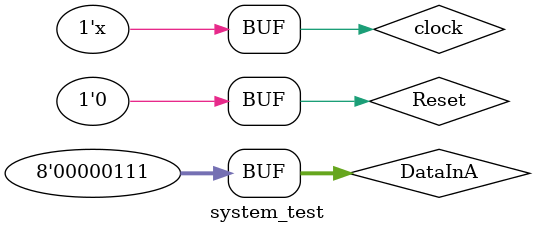
<source format=v>
`include "system.v"

module system_test;

/* All test fixture outputs are declared as reg statements */
reg clock, Reset;
reg [7:0]DataInA;

/* All test fixture inputs are declared as wire statements */
wire WEA, WEB, IncA, IncB;
wire [2:0]AddrA;
wire [1:0]AddrB;
wire [7:0]DOut1;
wire [7:0]DOut2;
wire [7:0]ADDOut;
wire [7:0]SUBOut;
wire [7:0]DataInB;
wire [4:0]ps;
wire [4:0]ns;

/* Module instantiation here */
system uut (.clock(clock),
            .Reset(Reset),
            .AddrA(AddrA),
            .DataInA(DataInA),
            .DOut1(DOut1),
            .DOut2(DOut2),
            .ADDOut(ADDOut),
            .SUBOut(SUBOut),
            .AddrB(AddrB),
            .ps(ps),
            .ns(ns),
            .WEA(WEA),
            .IncA(IncA),
            .WEB(WEB),
            .IncB(IncB));

/* Verification vectors here */
initial 
begin
     Reset = 1'b1; clock = 1'b1;
#10  Reset = 1'b0;
#10  DataInA = 8'b00000000;
#10  DataInA = 8'b00000001;
#10  DataInA = 8'b00000010;
#10  DataInA = 8'b00000011;
#10  DataInA = 8'b00000100;
#10  DataInA = 8'b00000101;
#10  DataInA = 8'b00000110;
#10  DataInA = 8'b00000111;
end

always 
begin
#5 clock = ~clock;
end


endmodule
</source>
